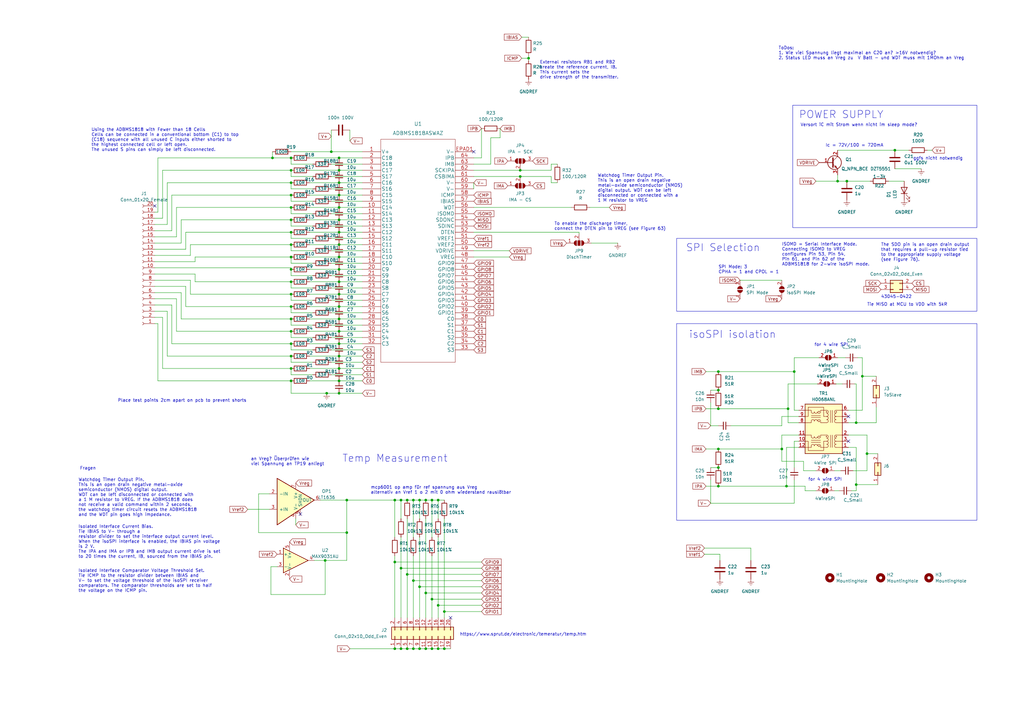
<source format=kicad_sch>
(kicad_sch (version 20230121) (generator eeschema)
  (paper "A3")
  (title_block (title "BMS Slave main") (date "2022-12-22") (rev "1") (company "FTAG") (comment 1 "John Pausder"))
  (junction (at 135.89 62.23))
  (junction (at 294.64 152.4))
  (junction (at 139.065 64.77))
  (junction (at 142.24 218.44))
  (junction (at 174.625 243.205))
  (junction (at 139.065 80.01))
  (junction (at 351.155 173.355))
  (junction (at 119.38 115.57))
  (junction (at 174.625 266.065))
  (junction (at 119.38 80.01))
  (junction (at 119.38 85.09))
  (junction (at 322.58 199.39))
  (junction (at 179.705 266.065))
  (junction (at 139.065 156.21))
  (junction (at 119.38 100.33))
  (junction (at 213.36 72.39))
  (junction (at 213.36 69.85))
  (junction (at 294.64 184.15))
  (junction (at 161.925 205.105))
  (junction (at 119.38 110.49))
  (junction (at 323.215 167.64))
  (junction (at 320.675 184.15))
  (junction (at 119.38 105.41))
  (junction (at 139.065 74.93))
  (junction (at 139.065 161.29))
  (junction (at 167.005 205.105))
  (junction (at 172.085 266.065))
  (junction (at 169.545 266.065))
  (junction (at 177.165 205.105))
  (junction (at 119.38 95.25))
  (junction (at 119.38 120.65))
  (junction (at 119.38 135.89))
  (junction (at 133.985 161.29))
  (junction (at 167.005 235.585))
  (junction (at 367.03 61.595))
  (junction (at 139.065 95.25))
  (junction (at 119.38 130.81))
  (junction (at 294.64 191.77))
  (junction (at 169.545 205.105))
  (junction (at 119.38 140.97))
  (junction (at 161.925 230.505))
  (junction (at 119.38 125.73))
  (junction (at 179.705 205.105))
  (junction (at 119.38 146.05))
  (junction (at 119.38 90.17))
  (junction (at 139.065 69.85))
  (junction (at 164.465 266.065))
  (junction (at 119.38 69.85))
  (junction (at 139.065 146.05))
  (junction (at 179.705 248.285))
  (junction (at 139.065 115.57))
  (junction (at 139.065 105.41))
  (junction (at 161.925 266.065))
  (junction (at 182.245 266.065))
  (junction (at 142.24 205.105))
  (junction (at 172.085 240.665))
  (junction (at 294.64 199.39))
  (junction (at 174.625 205.105))
  (junction (at 133.35 229.87))
  (junction (at 177.165 266.065))
  (junction (at 139.065 120.65))
  (junction (at 139.065 85.09))
  (junction (at 119.38 64.77))
  (junction (at 139.065 110.49))
  (junction (at 139.065 135.89))
  (junction (at 139.065 130.81))
  (junction (at 164.465 205.105))
  (junction (at 119.38 151.13))
  (junction (at 216.789 23.876))
  (junction (at 167.005 266.065))
  (junction (at 182.245 250.825))
  (junction (at 111.76 64.77))
  (junction (at 347.345 74.295))
  (junction (at 177.165 245.745))
  (junction (at 355.6 186.055))
  (junction (at 164.465 233.045))
  (junction (at 139.065 151.13))
  (junction (at 139.065 140.97))
  (junction (at 139.065 125.73))
  (junction (at 119.38 74.93))
  (junction (at 325.755 152.4))
  (junction (at 119.38 156.21))
  (junction (at 294.64 167.64))
  (junction (at 353.695 154.305))
  (junction (at 343.535 74.295))
  (junction (at 172.085 205.105))
  (junction (at 351.155 198.755))
  (junction (at 139.065 100.33))
  (junction (at 169.545 238.125))
  (junction (at 139.065 90.17))
  (junction (at 294.64 160.02))
  (no_connect (at 347.98 170.815))
  (no_connect (at 194.31 62.23))
  (no_connect (at 347.98 180.975))
  (no_connect (at 123.19 210.82))
  (no_connect (at 63.5 84.455))
  (no_connect (at 184.785 253.365))
  (wire (pts (xy 177.165 245.745) (xy 197.485 245.745)))
  (wire (pts (xy 119.38 120.65) (xy 119.38 123.19)))
  (wire (pts (xy 327.66 183.515) (xy 322.58 183.515)))
  (wire (pts (xy 367.03 61.595) (xy 372.745 61.595)))
  (wire (pts (xy 127 90.17) (xy 139.065 90.17)))
  (wire (pts (xy 139.065 80.01) (xy 148.59 80.01)))
  (wire (pts (xy 291.465 165.1) (xy 291.465 174.625)))
  (wire (pts (xy 303.53 114.935) (xy 320.675 114.935)))
  (wire (pts (xy 179.705 248.285) (xy 197.485 248.285)))
  (wire (pts (xy 320.675 178.435) (xy 327.66 178.435)))
  (wire (pts (xy 226.06 74.93) (xy 226.06 72.39)))
  (wire (pts (xy 167.005 235.585) (xy 197.485 235.585)))
  (wire (pts (xy 351.155 157.48) (xy 350.52 157.48)))
  (wire (pts (xy 161.925 205.105) (xy 164.465 205.105)))
  (wire (pts (xy 119.38 128.27) (xy 128.27 128.27)))
  (wire (pts (xy 119.38 135.89) (xy 119.38 138.43)))
  (wire (pts (xy 74.295 130.81) (xy 119.38 130.81)))
  (wire (pts (xy 289.56 184.15) (xy 294.64 184.15)))
  (wire (pts (xy 351.155 201.295) (xy 349.25 201.295)))
  (wire (pts (xy 142.24 205.105) (xy 142.24 218.44)))
  (wire (pts (xy 351.155 198.755) (xy 360.045 198.755)))
  (wire (pts (xy 135.89 87.63) (xy 148.59 87.63)))
  (wire (pts (xy 179.705 248.285) (xy 179.705 253.365)))
  (wire (pts (xy 127 120.65) (xy 139.065 120.65)))
  (wire (pts (xy 80.01 115.57) (xy 119.38 115.57)))
  (wire (pts (xy 63.5 125.095) (xy 70.485 125.095)))
  (wire (pts (xy 78.105 100.33) (xy 119.38 100.33)))
  (wire (pts (xy 179.705 220.345) (xy 179.705 248.285)))
  (wire (pts (xy 353.695 146.685) (xy 353.695 154.305)))
  (wire (pts (xy 172.085 205.105) (xy 174.625 205.105)))
  (wire (pts (xy 135.89 153.67) (xy 148.59 153.67)))
  (wire (pts (xy 294.64 152.4) (xy 325.755 152.4)))
  (wire (pts (xy 143.51 53.34) (xy 143.51 57.785)))
  (wire (pts (xy 80.01 105.41) (xy 80.01 107.315)))
  (wire (pts (xy 355.6 178.435) (xy 355.6 186.055)))
  (wire (pts (xy 119.38 125.73) (xy 119.38 128.27)))
  (wire (pts (xy 68.58 146.05) (xy 119.38 146.05)))
  (wire (pts (xy 343.535 74.295) (xy 347.345 74.295)))
  (wire (pts (xy 172.085 266.065) (xy 174.625 266.065)))
  (wire (pts (xy 289.56 167.64) (xy 294.64 167.64)))
  (wire (pts (xy 64.77 156.21) (xy 119.38 156.21)))
  (wire (pts (xy 127 135.89) (xy 139.065 135.89)))
  (wire (pts (xy 299.72 174.625) (xy 320.675 174.625)))
  (wire (pts (xy 169.545 205.105) (xy 172.085 205.105)))
  (wire (pts (xy 216.789 23.876) (xy 216.789 24.892)))
  (wire (pts (xy 74.295 90.17) (xy 119.38 90.17)))
  (wire (pts (xy 139.065 90.17) (xy 148.59 90.17)))
  (wire (pts (xy 127 80.01) (xy 139.065 80.01)))
  (wire (pts (xy 241.935 85.09) (xy 249.936 85.09)))
  (wire (pts (xy 66.675 130.175) (xy 66.675 151.13)))
  (wire (pts (xy 119.38 156.21) (xy 119.38 161.29)))
  (wire (pts (xy 119.38 115.57) (xy 119.38 118.11)))
  (wire (pts (xy 119.38 82.55) (xy 128.27 82.55)))
  (wire (pts (xy 205.105 56.515) (xy 205.105 52.705)))
  (wire (pts (xy 135.89 72.39) (xy 148.59 72.39)))
  (wire (pts (xy 119.38 97.79) (xy 128.27 97.79)))
  (wire (pts (xy 351.155 198.755) (xy 351.155 183.515)))
  (wire (pts (xy 295.275 227.33) (xy 295.275 229.87)))
  (wire (pts (xy 64.77 132.715) (xy 63.5 132.715)))
  (wire (pts (xy 177.165 227.965) (xy 177.165 245.745)))
  (wire (pts (xy 139.065 156.21) (xy 148.59 156.21)))
  (wire (pts (xy 135.89 143.51) (xy 148.59 143.51)))
  (wire (pts (xy 63.5 86.995) (xy 64.77 86.995)))
  (wire (pts (xy 142.24 229.87) (xy 133.35 229.87)))
  (wire (pts (xy 179.705 266.065) (xy 182.245 266.065)))
  (wire (pts (xy 127 95.25) (xy 139.065 95.25)))
  (wire (pts (xy 119.38 143.51) (xy 128.27 143.51)))
  (wire (pts (xy 64.77 86.995) (xy 64.77 64.77)))
  (wire (pts (xy 111.125 243.84) (xy 111.125 232.41)))
  (wire (pts (xy 119.38 85.09) (xy 119.38 87.63)))
  (wire (pts (xy 119.38 92.71) (xy 128.27 92.71)))
  (wire (pts (xy 242.57 99.695) (xy 253.365 99.695)))
  (wire (pts (xy 76.2 125.73) (xy 76.2 117.475)))
  (wire (pts (xy 323.215 173.355) (xy 323.215 167.64)))
  (wire (pts (xy 347.345 74.295) (xy 356.87 74.295)))
  (wire (pts (xy 119.38 140.97) (xy 119.38 143.51)))
  (wire (pts (xy 76.2 95.25) (xy 76.2 102.235)))
  (wire (pts (xy 135.89 102.87) (xy 148.59 102.87)))
  (wire (pts (xy 164.465 266.065) (xy 167.005 266.065)))
  (wire (pts (xy 172.085 240.665) (xy 172.085 253.365)))
  (wire (pts (xy 167.005 205.105) (xy 169.545 205.105)))
  (wire (pts (xy 351.155 198.755) (xy 351.155 201.295)))
  (wire (pts (xy 289.56 152.4) (xy 294.64 152.4)))
  (wire (pts (xy 139.065 100.33) (xy 148.59 100.33)))
  (wire (pts (xy 119.38 90.17) (xy 119.38 92.71)))
  (wire (pts (xy 359.41 154.305) (xy 353.695 154.305)))
  (wire (pts (xy 172.085 240.665) (xy 197.485 240.665)))
  (wire (pts (xy 70.485 80.01) (xy 119.38 80.01)))
  (wire (pts (xy 291.465 191.77) (xy 294.64 191.77)))
  (wire (pts (xy 119.38 69.85) (xy 119.38 72.39)))
  (wire (pts (xy 127 146.05) (xy 139.065 146.05)))
  (wire (pts (xy 119.38 148.59) (xy 128.27 148.59)))
  (wire (pts (xy 172.085 220.345) (xy 172.085 240.665)))
  (wire (pts (xy 291.465 196.85) (xy 291.465 206.375)))
  (wire (pts (xy 329.565 193.04) (xy 329.565 189.23)))
  (wire (pts (xy 351.155 173.355) (xy 359.41 173.355)))
  (wire (pts (xy 161.925 220.345) (xy 161.925 205.105)))
  (wire (pts (xy 164.465 220.345) (xy 164.465 233.045)))
  (wire (pts (xy 139.065 74.93) (xy 148.59 74.93)))
  (wire (pts (xy 63.5 130.175) (xy 66.675 130.175)))
  (wire (pts (xy 320.675 184.15) (xy 320.675 178.435)))
  (wire (pts (xy 135.89 148.59) (xy 148.59 148.59)))
  (wire (pts (xy 139.065 146.05) (xy 148.59 146.05)))
  (wire (pts (xy 76.2 95.25) (xy 119.38 95.25)))
  (wire (pts (xy 226.06 67.31) (xy 228.6 67.31)))
  (wire (pts (xy 161.925 230.505) (xy 161.925 253.365)))
  (wire (pts (xy 135.89 67.31) (xy 148.59 67.31)))
  (wire (pts (xy 135.89 118.11) (xy 148.59 118.11)))
  (wire (pts (xy 139.065 151.13) (xy 148.59 151.13)))
  (wire (pts (xy 294.64 199.39) (xy 322.58 199.39)))
  (wire (pts (xy 182.245 250.825) (xy 182.245 253.365)))
  (wire (pts (xy 182.245 212.725) (xy 182.245 250.825)))
  (wire (pts (xy 139.065 95.25) (xy 148.59 95.25)))
  (wire (pts (xy 179.705 205.105) (xy 179.705 212.725)))
  (wire (pts (xy 106.045 218.44) (xy 142.24 218.44)))
  (wire (pts (xy 68.58 127.635) (xy 63.5 127.635)))
  (wire (pts (xy 127 115.57) (xy 139.065 115.57)))
  (wire (pts (xy 194.31 69.85) (xy 213.36 69.85)))
  (wire (pts (xy 106.045 218.44) (xy 106.045 202.565)))
  (wire (pts (xy 119.38 107.95) (xy 128.27 107.95)))
  (wire (pts (xy 291.465 160.02) (xy 294.64 160.02)))
  (wire (pts (xy 139.065 140.97) (xy 148.59 140.97)))
  (wire (pts (xy 135.89 62.23) (xy 148.59 62.23)))
  (wire (pts (xy 127 100.33) (xy 139.065 100.33)))
  (wire (pts (xy 64.77 64.77) (xy 111.76 64.77)))
  (wire (pts (xy 343.535 146.685) (xy 346.71 146.685)))
  (wire (pts (xy 119.38 64.77) (xy 119.38 67.31)))
  (wire (pts (xy 164.465 233.045) (xy 164.465 253.365)))
  (wire (pts (xy 74.295 120.015) (xy 74.295 130.81)))
  (wire (pts (xy 63.5 94.615) (xy 70.485 94.615)))
  (wire (pts (xy 119.38 133.35) (xy 128.27 133.35)))
  (wire (pts (xy 194.31 72.39) (xy 213.36 72.39)))
  (wire (pts (xy 121.285 212.725) (xy 121.285 215.265)))
  (wire (pts (xy 68.58 74.93) (xy 68.58 92.075)))
  (wire (pts (xy 329.565 189.23) (xy 320.675 189.23)))
  (wire (pts (xy 135.89 123.19) (xy 148.59 123.19)))
  (wire (pts (xy 139.065 120.65) (xy 148.59 120.65)))
  (wire (pts (xy 63.5 120.015) (xy 74.295 120.015)))
  (wire (pts (xy 359.41 173.355) (xy 359.41 167.005)))
  (wire (pts (xy 351.79 146.685) (xy 353.695 146.685)))
  (wire (pts (xy 335.28 157.48) (xy 323.215 157.48)))
  (wire (pts (xy 135.89 82.55) (xy 148.59 82.55)))
  (wire (pts (xy 101.6 208.915) (xy 110.49 208.915)))
  (wire (pts (xy 294.64 167.64) (xy 323.215 167.64)))
  (wire (pts (xy 194.31 102.87) (xy 208.915 102.87)))
  (wire (pts (xy 135.89 53.34) (xy 135.89 62.23)))
  (wire (pts (xy 380.365 61.595) (xy 382.27 61.595)))
  (wire (pts (xy 161.925 227.965) (xy 161.925 230.505)))
  (wire (pts (xy 139.065 161.29) (xy 148.59 161.29)))
  (wire (pts (xy 68.58 146.05) (xy 68.58 127.635)))
  (wire (pts (xy 228.6 74.93) (xy 226.06 74.93)))
  (wire (pts (xy 347.98 173.355) (xy 351.155 173.355)))
  (wire (pts (xy 119.38 110.49) (xy 119.38 113.03)))
  (wire (pts (xy 344.17 201.295) (xy 342.265 201.295)))
  (wire (pts (xy 78.105 114.935) (xy 63.5 114.935)))
  (wire (pts (xy 127 105.41) (xy 139.065 105.41)))
  (wire (pts (xy 70.485 125.095) (xy 70.485 140.97)))
  (wire (pts (xy 167.005 235.585) (xy 167.005 253.365)))
  (wire (pts (xy 169.545 205.105) (xy 169.545 220.345)))
  (wire (pts (xy 80.01 105.41) (xy 119.38 105.41)))
  (wire (pts (xy 78.105 120.65) (xy 119.38 120.65)))
  (wire (pts (xy 63.5 92.075) (xy 68.58 92.075)))
  (wire (pts (xy 213.36 69.85) (xy 226.06 69.85)))
  (wire (pts (xy 76.2 117.475) (xy 63.5 117.475)))
  (wire (pts (xy 322.58 183.515) (xy 322.58 199.39)))
  (wire (pts (xy 194.31 85.09) (xy 234.315 85.09)))
  (wire (pts (xy 127 85.09) (xy 139.065 85.09)))
  (wire (pts (xy 177.165 205.105) (xy 179.705 205.105)))
  (wire (pts (xy 174.625 212.725) (xy 174.625 243.205)))
  (wire (pts (xy 343.535 61.595) (xy 367.03 61.595)))
  (wire (pts (xy 72.39 122.555) (xy 63.5 122.555)))
  (wire (pts (xy 177.165 266.065) (xy 179.705 266.065)))
  (wire (pts (xy 325.755 146.685) (xy 325.755 152.4)))
  (wire (pts (xy 201.295 67.31) (xy 201.295 56.515)))
  (wire (pts (xy 182.245 250.825) (xy 197.485 250.825)))
  (wire (pts (xy 119.38 109.855) (xy 119.38 110.49)))
  (wire (pts (xy 127 74.93) (xy 139.065 74.93)))
  (wire (pts (xy 289.56 199.39) (xy 294.64 199.39)))
  (wire (pts (xy 164.465 205.105) (xy 167.005 205.105)))
  (wire (pts (xy 119.38 64.77) (xy 111.76 64.77)))
  (wire (pts (xy 119.38 113.03) (xy 128.27 113.03)))
  (wire (pts (xy 127 140.97) (xy 139.065 140.97)))
  (wire (pts (xy 111.76 64.77) (xy 111.76 62.23)))
  (wire (pts (xy 325.755 191.77) (xy 325.755 180.975)))
  (wire (pts (xy 139.065 115.57) (xy 148.59 115.57)))
  (wire (pts (xy 237.49 95.25) (xy 237.49 95.885)))
  (wire (pts (xy 127 69.85) (xy 139.065 69.85)))
  (wire (pts (xy 325.755 152.4) (xy 325.755 168.275)))
  (wire (pts (xy 194.31 95.25) (xy 237.49 95.25)))
  (wire (pts (xy 139.065 110.49) (xy 148.59 110.49)))
  (wire (pts (xy 325.755 168.275) (xy 327.66 168.275)))
  (wire (pts (xy 142.24 205.105) (xy 161.925 205.105)))
  (wire (pts (xy 70.485 94.615) (xy 70.485 80.01)))
  (wire (pts (xy 330.2 201.295) (xy 330.2 199.39)))
  (wire (pts (xy 119.38 72.39) (xy 128.27 72.39)))
  (wire (pts (xy 63.5 89.535) (xy 66.675 89.535)))
  (wire (pts (xy 345.44 157.48) (xy 342.9 157.48)))
  (wire (pts (xy 164.465 233.045) (xy 197.485 233.045)))
  (wire (pts (xy 139.065 105.41) (xy 148.59 105.41)))
  (wire (pts (xy 344.805 193.04) (xy 342.265 193.04)))
  (wire (pts (xy 119.38 100.33) (xy 119.38 102.87)))
  (wire (pts (xy 139.065 125.73) (xy 148.59 125.73)))
  (wire (pts (xy 139.065 85.09) (xy 148.59 85.09)))
  (wire (pts (xy 119.38 95.25) (xy 119.38 97.79)))
  (wire (pts (xy 355.6 186.055) (xy 355.6 193.04)))
  (wire (pts (xy 119.38 151.13) (xy 119.38 153.67)))
  (wire (pts (xy 80.01 107.315) (xy 63.5 107.315)))
  (wire (pts (xy 119.38 62.23) (xy 135.89 62.23)))
  (wire (pts (xy 323.215 157.48) (xy 323.215 167.64)))
  (wire (pts (xy 213.995 23.876) (xy 216.789 23.876)))
  (wire (pts (xy 174.625 243.205) (xy 174.625 253.365)))
  (wire (pts (xy 351.155 183.515) (xy 347.98 183.515)))
  (wire (pts (xy 63.5 99.695) (xy 74.295 99.695)))
  (wire (pts (xy 139.065 64.77) (xy 148.59 64.77)))
  (wire (pts (xy 119.38 74.93) (xy 119.38 77.47)))
  (wire (pts (xy 119.38 102.87) (xy 128.27 102.87)))
  (wire (pts (xy 169.545 238.125) (xy 197.485 238.125)))
  (wire (pts (xy 80.01 115.57) (xy 80.01 112.395)))
  (wire (pts (xy 161.925 230.505) (xy 197.485 230.505)))
  (wire (pts (xy 169.545 227.965) (xy 169.545 238.125)))
  (wire (pts (xy 294.64 184.15) (xy 320.675 184.15)))
  (wire (pts (xy 194.31 74.93) (xy 194.31 77.47)))
  (wire (pts (xy 164.465 205.105) (xy 164.465 212.725)))
  (wire (pts (xy 335.915 146.685) (xy 325.755 146.685)))
  (wire (pts (xy 119.38 118.11) (xy 128.27 118.11)))
  (wire (pts (xy 76.2 125.73) (xy 119.38 125.73)))
  (wire (pts (xy 367.03 69.215) (xy 377.825 69.215)))
  (wire (pts (xy 291.465 174.625) (xy 294.64 174.625)))
  (wire (pts (xy 197.485 52.705) (xy 197.485 64.77)))
  (wire (pts (xy 347.98 168.275) (xy 353.695 168.275)))
  (wire (pts (xy 179.705 205.105) (xy 182.245 205.105)))
  (wire (pts (xy 288.925 227.33) (xy 295.275 227.33)))
  (wire (pts (xy 63.5 109.855) (xy 119.38 109.855)))
  (wire (pts (xy 194.31 105.41) (xy 208.915 105.41)))
  (wire (pts (xy 119.38 153.67) (xy 128.27 153.67)))
  (wire (pts (xy 320.675 174.625) (xy 320.675 170.815)))
  (wire (pts (xy 347.98 178.435) (xy 355.6 178.435)))
  (wire (pts (xy 119.38 67.31) (xy 128.27 67.31)))
  (wire (pts (xy 364.49 74.295) (xy 370.84 74.295)))
  (wire (pts (xy 135.89 92.71) (xy 148.59 92.71)))
  (wire (pts (xy 213.995 15.24) (xy 216.789 15.24)))
  (wire (pts (xy 167.005 212.725) (xy 167.005 235.585)))
  (wire (pts (xy 106.045 202.565) (xy 110.49 202.565)))
  (wire (pts (xy 325.755 180.975) (xy 327.66 180.975)))
  (wire (pts (xy 353.695 168.275) (xy 353.695 154.305)))
  (wire (pts (xy 327.66 173.355) (xy 323.215 173.355)))
  (wire (pts (xy 288.925 224.79) (xy 307.975 224.79)))
  (wire (pts (xy 76.2 102.235) (xy 63.5 102.235)))
  (wire (pts (xy 182.245 266.065) (xy 184.785 266.065)))
  (wire (pts (xy 169.545 266.065) (xy 172.085 266.065)))
  (wire (pts (xy 139.065 135.89) (xy 148.59 135.89)))
  (wire (pts (xy 174.625 243.205) (xy 197.485 243.205)))
  (wire (pts (xy 167.005 266.065) (xy 169.545 266.065)))
  (wire (pts (xy 320.675 170.815) (xy 327.66 170.815)))
  (wire (pts (xy 139.065 130.81) (xy 148.59 130.81)))
  (wire (pts (xy 127 130.81) (xy 139.065 130.81)))
  (wire (pts (xy 66.675 69.85) (xy 119.38 69.85)))
  (wire (pts (xy 64.77 156.21) (xy 64.77 132.715)))
  (wire (pts (xy 133.985 161.29) (xy 119.38 161.29)))
  (wire (pts (xy 226.06 69.85) (xy 226.06 67.31)))
  (wire (pts (xy 127 110.49) (xy 139.065 110.49)))
  (wire (pts (xy 72.39 97.155) (xy 63.5 97.155)))
  (wire (pts (xy 334.645 74.295) (xy 343.535 74.295)))
  (wire (pts (xy 133.35 243.84) (xy 111.125 243.84)))
  (wire (pts (xy 174.625 266.065) (xy 177.165 266.065)))
  (wire (pts (xy 177.165 205.105) (xy 177.165 220.345)))
  (wire (pts (xy 119.38 138.43) (xy 128.27 138.43)))
  (wire (pts (xy 72.39 85.09) (xy 72.39 97.155)))
  (wire (pts (xy 325.755 196.85) (xy 325.755 206.375)))
  (wire (pts (xy 66.675 151.13) (xy 119.38 151.13)))
  (wire (pts (xy 355.6 186.055) (xy 360.045 186.055)))
  (wire (pts (xy 119.38 146.05) (xy 119.38 148.59)))
  (wire (pts (xy 119.38 123.19) (xy 128.27 123.19)))
  (wire (pts (xy 133.35 229.87) (xy 133.35 243.84)))
  (wire (pts (xy 135.89 128.27) (xy 148.59 128.27)))
  (wire (pts (xy 351.155 173.355) (xy 351.155 157.48)))
  (wire (pts (xy 325.755 206.375) (xy 291.465 206.375)))
  (wire (pts (xy 169.545 238.125) (xy 169.545 253.365)))
  (wire (pts (xy 74.295 99.695) (xy 74.295 90.17)))
  (wire (pts (xy 119.38 77.47) (xy 128.27 77.47)))
  (wire (pts (xy 135.89 133.35) (xy 148.59 133.35)))
  (wire (pts (xy 135.89 77.47) (xy 148.59 77.47)))
  (wire (pts (xy 135.89 113.03) (xy 148.59 113.03)))
  (wire (pts (xy 127 156.21) (xy 139.065 156.21)))
  (wire (pts (xy 135.89 107.95) (xy 148.59 107.95)))
  (wire (pts (xy 70.485 140.97) (xy 119.38 140.97)))
  (wire (pts (xy 80.01 112.395) (xy 63.5 112.395)))
  (wire (pts (xy 142.24 218.44) (xy 142.24 229.87)))
  (wire (pts (xy 68.58 74.93) (xy 119.38 74.93)))
  (wire (pts (xy 307.975 224.79) (xy 307.975 229.87)))
  (wire (pts (xy 127 125.73) (xy 139.065 125.73)))
  (wire (pts (xy 334.645 193.04) (xy 329.565 193.04)))
  (wire (pts (xy 143.51 266.065) (xy 161.925 266.065)))
  (wire (pts (xy 72.39 85.09) (xy 119.38 85.09)))
  (wire (pts (xy 172.085 205.105) (xy 172.085 212.725)))
  (wire (pts (xy 355.6 193.04) (xy 349.885 193.04)))
  (wire (pts (xy 320.675 189.23) (xy 320.675 184.15)))
  (wire (pts (xy 78.105 120.65) (xy 78.105 114.935)))
  (wire (pts (xy 127 64.77) (xy 139.065 64.77)))
  (wire (pts (xy 72.39 135.89) (xy 72.39 122.555)))
  (wire (pts (xy 133.985 161.29) (xy 139.065 161.29)))
  (wire (pts (xy 119.38 105.41) (xy 119.38 107.95)))
  (wire (pts (xy 139.065 69.85) (xy 148.59 69.85)))
  (wire (pts (xy 216.789 23.876) (xy 216.789 22.86)))
  (wire (pts (xy 330.2 199.39) (xy 322.58 199.39)))
  (wire (pts (xy 334.645 201.295) (xy 330.2 201.295)))
  (wire (pts (xy 197.485 64.77) (xy 194.31 64.77)))
  (wire (pts (xy 177.165 245.745) (xy 177.165 253.365)))
  (wire (pts (xy 213.36 72.39) (xy 226.06 72.39)))
  (wire (pts (xy 111.125 232.41) (xy 113.665 232.41)))
  (wire (pts (xy 343.535 74.295) (xy 343.535 71.755)))
  (wire (pts (xy 119.38 130.81) (xy 119.38 133.35)))
  (wire (pts (xy 72.39 135.89) (xy 119.38 135.89)))
  (wire (pts (xy 201.295 56.515) (xy 205.105 56.515)))
  (wire (pts (xy 119.38 80.01) (xy 119.38 82.55)))
  (wire (pts (xy 174.625 205.105) (xy 177.165 205.105)))
  (wire (pts (xy 135.89 138.43) (xy 148.59 138.43)))
  (wire (pts (xy 194.31 67.31) (xy 201.295 67.31)))
  (wire (pts (xy 131.445 205.105) (xy 142.24 205.105)))
  (wire (pts (xy 161.925 266.065) (xy 164.465 266.065)))
  (wire (pts (xy 78.105 100.33) (xy 78.105 104.775)))
  (wire (pts (xy 135.89 97.79) (xy 148.59 97.79)))
  (wire (pts (xy 78.105 104.775) (xy 63.5 104.775)))
  (wire (pts (xy 119.38 87.63) (xy 128.27 87.63)))
  (wire (pts (xy 127 151.13) (xy 139.065 151.13)))
  (wire (pts (xy 66.675 69.85) (xy 66.675 89.535)))
  (wire (pts (xy 133.35 229.87) (xy 128.905 229.87)))
  (rectangle (start 325.12 43.18) (end 400.685 93.345))
  (rectangle (start 277.495 132.715) (end 400.685 213.36))
  (rectangle (start 277.495 97.79) (end 400.685 127.635))
  (text "for 4 wire SPI" (at 331.47 197.485 0) (effects (font (size 1.27 1.27)) (justify left bottom)))
  (text "Watchdog Timer Output Pin. \nThis is an open drain negative metal-oxide \nsemiconductor (NMOS) digital output. \nWDT can be left disconnected or connected with \na 1 M resistor to VREG. If the ADBMS1818 does \nnot receive a valid command within 2 seconds, \nthe watchdog timer circuit resets the ADBMS1818 \nand the WDT pin goes high impedance." (at 32.131 211.963 0) (effects (font (size 1.27 1.27)) (justify left bottom)))
  (text "Place test points 2cm apart on pcb to prevent shorts\n" (at 48.26 165.1 0) (effects (font (size 1.27 1.27)) (justify left bottom)))
  (text "To enable the discharge timer,\nconnect the DTEN pin to VREG (see Figure 63)" (at 227.33 94.615 0) (effects (font (size 1.27 1.27)) (justify left bottom)))
  (text "Versort iC mit Strom wenn nicht im sleep mode?" (at 328.295 52.07 0) (effects (font (size 1.27 1.27)) (justify left bottom)))
  (text "Isolated Interface Comparator Voltage Threshold Set.\nTie ICMP to the resistor divider between IBIAS and \nV- to set the voltage threshold of the isoSPI receiver \ncomparators. The comparator thresholds are set to half \nthe voltage on the ICMP pin." (at 32.131 243.078 0) (effects (font (size 1.27 1.27)) (justify left bottom)))
  (text "Temp Measurement" (at 140.335 189.865 0) (effects (font (size 3 3)) (justify left bottom)))
  (text "Fragen" (at 32.766 192.913 0) (effects (font (size 1.27 1.27)) (justify left bottom)))
  (text "isoSPI isolation" (at 282.575 139.065 0) (effects (font (size 3 3)) (justify left bottom)))
  (text "Ic = 72V/100 = 720mA" (at 338.582 60.452 0) (effects (font (size 1.27 1.27)) (justify left bottom)))
  (text "POWER SUPPLY" (at 327.66 48.895 0) (effects (font (size 3 3)) (justify left bottom)))
  (text "External resistors RB1 and RB2\ncreate the reference current, IB.\nThis current sets the \ndrive strength of the transmitter.\n\n" (at 221.361 34.544 0) (effects (font (size 1.27 1.27)) (justify left bottom)))
  (text "SPI Mode: 3\nCPHA = 1 and CPOL = 1\n" (at 294.64 112.395 0) (effects (font (size 1.27 1.27)) (justify left bottom)))
  (text "SPI Selection" (at 281.305 103.505 0) (effects (font (size 3 3)) (justify left bottom)))
  (text "Using the ADBMS1818 with Fewer than 18 Cells\nCells can be connected in a conventional bottom (C1) to top \n(C18) sequence with all unused C inputs either shorted to \nthe highest connected cell or left open. \nThe unused S pins can simply be left disconnected." (at 37.465 62.23 0) (effects (font (size 1.27 1.27)) (justify left bottom)))
  (text "Tie MISO at MCU to VDD with 5kR" (at 355.6 125.73 0) (effects (font (size 1.27 1.27)) (justify left bottom)))
  (text "43045-0422" (at 361.315 122.555 0) (effects (font (size 1.27 1.27)) (justify left bottom)))
  (text "mcp6001 op amp für ref spannung aus Vreg\nalternativ an Vref 1 o 2 mit 0 ohm wiederstand rauslötbar" (at 152.019 202.819 0) (effects (font (size 1.27 1.27)) (justify left bottom)))
  (text "ggfs nicht notwendig" (at 374.523 65.786 0) (effects (font (size 1.27 1.27)) (justify left bottom)))
  (text "for 4 wire SPI" (at 334.01 142.24 0) (effects (font (size 1.27 1.27)) (justify left bottom)))
  (text "ToDos: \n1. Wie viel Spannung liegt maximal an C20 an? >16V notwendig?\n2. Status LED muss an Vreg zu  V Batt - und WDT muss mit 1MOhm an Vreg\n\n" (at 319.278 26.67 0) (effects (font (size 1.27 1.27)) (justify left bottom)))
  (text "an Vreg? Überprüfen wie\nviel Spannung an TP19 anliegt" (at 102.87 191.135 0) (effects (font (size 1.27 1.27)) (justify left bottom)))
  (text "Isolated Interface Current Bias.\nTie IBIAS to V- through a \nresistor divider to set the interface output current level. \nWhen the isoSPI interface is enabled, the IBIAS pin voltage \nis 2 V. \nThe IPA and IMA or IPB and IMB output current drive is set \nto 20 times the current, IB, sourced from the IBIAS pin." (at 32.131 229.108 0) (effects (font (size 1.27 1.27)) (justify left bottom)))
  (text "Watchdog Timer Output Pin.\nThis is an open drain negative \nmetal-oxide semiconductor (NMOS)\ndigital output. WDT can be left \ndisconnected or connected with a \n1 M resistor to VREG" (at 245.11 83.058 0) (effects (font (size 1.27 1.27)) (justify left bottom)))
  (text "https://www.sprut.de/electronic/temeratur/temp.htm" (at 188.595 260.985 0) (effects (font (size 1.27 1.27)) (justify left bottom)))
  (text "The SDO pin is an open drain output\nthat requires a pull-up resistor tied \nto the appropriate supply voltage\n(see Figure 76)." (at 361.315 107.315 0) (effects (font (size 1.27 1.27)) (justify left bottom)))
  (text "ISOMD = Serial Interface Mode. \nConnecting ISOMD to VREG \nconfigures Pin 53, Pin 54, \nPin 61, and Pin 62 of the \nADBMS1818 for 2-wire isoSPI mode." (at 320.675 109.22 0) (effects (font (size 1.27 1.27)) (justify left bottom)))
  (global_label "ISOMD" (shape input) (at 303.53 114.935 180) (property "Intersheetrefs" "${INTERSHEET_REFS}" (effects hide)))
  (global_label "GPIO4" (shape input) (at 194.31 120.65 0) (property "Intersheetrefs" "${INTERSHEET_REFS}" (effects hide)))
  (global_label "S2" (shape input) (at 148.59 148.59 0) (property "Intersheetrefs" "${INTERSHEET_REFS}" (effects hide)))
  (global_label "C2" (shape input) (at 194.31 140.97 0) (property "Intersheetrefs" "${INTERSHEET_REFS}" (effects hide)))
  (global_label "C1" (shape input) (at 194.31 135.89 0) (property "Intersheetrefs" "${INTERSHEET_REFS}" (effects hide)))
  (global_label "MISO" (shape input) (at 374.015 118.745 0) (property "Intersheetrefs" "${INTERSHEET_REFS}" (effects hide)))
  (global_label "Vreg" (shape input) (at 249.936 85.09 0) (property "Intersheetrefs" "${INTERSHEET_REFS}" (effects hide)))
  (global_label "IMB" (shape input) (at 289.56 152.4 180) (property "Intersheetrefs" "${INTERSHEET_REFS}" (effects hide)))
  (global_label "V+" (shape input) (at 135.89 55.88 180) (property "Intersheetrefs" "${INTERSHEET_REFS}" (effects hide)))
  (global_label "Vref1" (shape input) (at 194.31 97.79 0) (property "Intersheetrefs" "${INTERSHEET_REFS}" (effects hide)))
  (global_label "GPIO8" (shape input) (at 197.485 233.045 0) (property "Intersheetrefs" "${INTERSHEET_REFS}" (effects hide)))
  (global_label "GPIO2" (shape input) (at 194.31 125.73 0) (property "Intersheetrefs" "${INTERSHEET_REFS}" (effects hide)))
  (global_label "Vreg" (shape input) (at 334.645 74.295 180) (property "Intersheetrefs" "${INTERSHEET_REFS}" (effects hide)))
  (global_label "C1" (shape input) (at 148.59 151.13 0) (property "Intersheetrefs" "${INTERSHEET_REFS}" (effects hide)))
  (global_label "Vreg" (shape input) (at 118.745 222.25 0) (property "Intersheetrefs" "${INTERSHEET_REFS}" (effects hide)))
  (global_label "IPA" (shape input) (at 289.56 199.39 180) (property "Intersheetrefs" "${INTERSHEET_REFS}" (effects hide)))
  (global_label "GPIO9" (shape input) (at 194.31 107.95 0) (property "Intersheetrefs" "${INTERSHEET_REFS}" (effects hide)))
  (global_label "C0" (shape input) (at 148.59 156.21 0) (property "Intersheetrefs" "${INTERSHEET_REFS}" (effects hide)))
  (global_label "GPIO8" (shape input) (at 194.31 110.49 0) (property "Intersheetrefs" "${INTERSHEET_REFS}" (effects hide)))
  (global_label "IPB" (shape input) (at 289.56 167.64 180) (property "Intersheetrefs" "${INTERSHEET_REFS}" (effects hide)))
  (global_label "GPIO2" (shape input) (at 197.485 248.285 0) (property "Intersheetrefs" "${INTERSHEET_REFS}" (effects hide)))
  (global_label "V-" (shape input) (at 303.53 122.555 180) (property "Intersheetrefs" "${INTERSHEET_REFS}" (effects hide)))
  (global_label "Vreg" (shape input) (at 208.915 105.41 0) (property "Intersheetrefs" "${INTERSHEET_REFS}" (effects hide)))
  (global_label "GPIO1" (shape input) (at 194.31 128.27 0) (property "Intersheetrefs" "${INTERSHEET_REFS}" (effects hide)))
  (global_label "S3" (shape input) (at 194.31 143.51 0) (property "Intersheetrefs" "${INTERSHEET_REFS}" (effects hide)))
  (global_label "IMB" (shape input) (at 205.105 52.705 0) (property "Intersheetrefs" "${INTERSHEET_REFS}" (effects hide)))
  (global_label "Vref2" (shape input) (at 194.31 100.33 0) (property "Intersheetrefs" "${INTERSHEET_REFS}" (effects hide)))
  (global_label "CS" (shape input) (at 374.015 116.205 0) (property "Intersheetrefs" "${INTERSHEET_REFS}" (effects hide)))
  (global_label "VDRIVE" (shape input) (at 335.915 66.675 180) (property "Intersheetrefs" "${INTERSHEET_REFS}" (effects hide)))
  (global_label "GPIO7" (shape input) (at 194.31 113.03 0) (property "Intersheetrefs" "${INTERSHEET_REFS}" (effects hide)))
  (global_label "C2" (shape input) (at 148.59 146.05 0) (property "Intersheetrefs" "${INTERSHEET_REFS}" (effects hide)))
  (global_label "V-" (shape input) (at 118.745 237.49 0) (property "Intersheetrefs" "${INTERSHEET_REFS}" (effects hide)))
  (global_label "S2" (shape input) (at 194.31 138.43 0) (property "Intersheetrefs" "${INTERSHEET_REFS}" (effects hide)))
  (global_label "SCK" (shape input) (at 361.315 116.205 180) (property "Intersheetrefs" "${INTERSHEET_REFS}" (effects hide)))
  (global_label "Vref1" (shape input) (at 288.925 227.33 180) (property "Intersheetrefs" "${INTERSHEET_REFS}" (effects hide)))
  (global_label "GPIO5" (shape input) (at 194.31 118.11 0) (property "Intersheetrefs" "${INTERSHEET_REFS}" (effects hide)))
  (global_label "S1" (shape input) (at 148.59 153.67 0) (property "Intersheetrefs" "${INTERSHEET_REFS}" (effects hide)))
  (global_label "S1" (shape input) (at 194.31 133.35 0) (property "Intersheetrefs" "${INTERSHEET_REFS}" (effects hide)))
  (global_label "GPIO5" (shape input) (at 197.485 240.665 0) (property "Intersheetrefs" "${INTERSHEET_REFS}" (effects hide)))
  (global_label "V-" (shape input) (at 143.51 266.065 180) (property "Intersheetrefs" "${INTERSHEET_REFS}" (effects hide)))
  (global_label "GPIO6" (shape input) (at 197.485 238.125 0) (property "Intersheetrefs" "${INTERSHEET_REFS}" (effects hide)))
  (global_label "GPIO9" (shape input) (at 197.485 230.505 0) (property "Intersheetrefs" "${INTERSHEET_REFS}" (effects hide)))
  (global_label "V-" (shape input) (at 148.59 161.29 0) (property "Intersheetrefs" "${INTERSHEET_REFS}" (effects hide)))
  (global_label "V-" (shape input) (at 121.285 215.265 0) (property "Intersheetrefs" "${INTERSHEET_REFS}" (effects hide)))
  (global_label "C0" (shape input) (at 194.31 130.81 0) (property "Intersheetrefs" "${INTERSHEET_REFS}" (effects hide)))
  (global_label "V+" (shape input) (at 382.27 61.595 0) (property "Intersheetrefs" "${INTERSHEET_REFS}" (effects hide)))
  (global_label "CS" (shape input) (at 218.44 76.2 0) (property "Intersheetrefs" "${INTERSHEET_REFS}" (effects hide)))
  (global_label "MOSI" (shape input) (at 194.31 92.71 0) (property "Intersheetrefs" "${INTERSHEET_REFS}" (effects hide)))
  (global_label "SCK" (shape input) (at 218.44 66.04 0) (property "Intersheetrefs" "${INTERSHEET_REFS}" (effects hide)))
  (global_label "IPB" (shape input) (at 197.485 52.705 180) (property "Intersheetrefs" "${INTERSHEET_REFS}" (effects hide)))
  (global_label "IPA" (shape input) (at 208.28 66.04 180) (property "Intersheetrefs" "${INTERSHEET_REFS}" (effects hide)))
  (global_label "V-" (shape input) (at 143.51 57.785 0) (property "Intersheetrefs" "${INTERSHEET_REFS}" (effects hide)))
  (global_label "S3" (shape input) (at 148.59 143.51 0) (property "Intersheetrefs" "${INTERSHEET_REFS}" (effects hide)))
  (global_label "GPIO4" (shape input) (at 197.485 243.205 0) (property "Intersheetrefs" "${INTERSHEET_REFS}" (effects hide)))
  (global_label "Vref2" (shape input) (at 101.6 208.915 180) (property "Intersheetrefs" "${INTERSHEET_REFS}" (effects hide)))
  (global_label "GPIO7" (shape input) (at 197.485 235.585 0) (property "Intersheetrefs" "${INTERSHEET_REFS}" (effects hide)))
  (global_label "MOSI" (shape input) (at 361.315 118.745 180) (property "Intersheetrefs" "${INTERSHEET_REFS}" (effects hide)))
  (global_label "ICMP" (shape input) (at 213.995 23.876 180) (property "Intersheetrefs" "${INTERSHEET_REFS}" (effects hide)))
  (global_label "GPIO1" (shape input) (at 197.485 250.825 0) (property "Intersheetrefs" "${INTERSHEET_REFS}" (effects hide)))
  (global_label "V-" (shape input) (at 194.31 74.93 0) (property "Intersheetrefs" "${INTERSHEET_REFS}" (effects hide)))
  (global_label "IBIAS" (shape input) (at 194.31 82.55 0) (property "Intersheetrefs" "${INTERSHEET_REFS}" (effects hide)))
  (global_label "V-" (shape input) (at 291.465 206.375 180) (property "Intersheetrefs" "${INTERSHEET_REFS}" (effects hide)))
  (global_label "ICMP" (shape input) (at 194.31 80.01 0) (property "Intersheetrefs" "${INTERSHEET_REFS}" (effects hide)))
  (global_label "ISOMD" (shape input) (at 194.31 87.63 0) (property "Intersheetrefs" "${INTERSHEET_REFS}" (effects hide)))
  (global_label "GPIO3" (shape input) (at 197.485 245.745 0) (property "Intersheetrefs" "${INTERSHEET_REFS}" (effects hide)))
  (global_label "Vreg" (shape input) (at 320.675 122.555 180) (property "Intersheetrefs" "${INTERSHEET_REFS}" (effects hide)))
  (global_label "V-" (shape input) (at 291.465 174.625 180) (property "Intersheetrefs" "${INTERSHEET_REFS}" (effects hide)))
  (global_label "Vref2" (shape input) (at 288.925 224.79 180) (property "Intersheetrefs" "${INTERSHEET_REFS}" (effects hide)))
  (global_label "GPIO3" (shape input) (at 194.31 123.19 0) (property "Intersheetrefs" "${INTERSHEET_REFS}" (effects hide)))
  (global_label "Vreg" (shape input) (at 121.285 198.12 0) (property "Intersheetrefs" "${INTERSHEET_REFS}" (effects hide)))
  (global_label "IMA" (shape input) (at 289.56 184.15 180) (property "Intersheetrefs" "${INTERSHEET_REFS}" (effects hide)))
  (global_label "MISO" (shape input) (at 194.31 90.17 0) (property "Intersheetrefs" "${INTERSHEET_REFS}" (effects hide)))
  (global_label "VDRIVE" (shape input) (at 208.915 102.87 0) (property "Intersheetrefs" "${INTERSHEET_REFS}" (effects hide)))
  (global_label "Vreg" (shape input) (at 232.41 99.695 180) (property "Intersheetrefs" "${INTERSHEET_REFS}" (effects hide)))
  (global_label "IBIAS" (shape input) (at 213.995 15.24 180) (property "Intersheetrefs" "${INTERSHEET_REFS}" (effects hide)))
  (global_label "Vref2" (shape input) (at 113.665 227.33 180) (property "Intersheetrefs" "${INTERSHEET_REFS}" (effects hide)))
  (global_label "GPIO6" (shape input) (at 194.31 115.57 0) (property "Intersheetrefs" "${INTERSHEET_REFS}" (effects hide)))
  (global_label "IMA" (shape input) (at 208.28 76.2 180) (property "Intersheetrefs" "${INTERSHEET_REFS}" (effects hide)))
  (symbol (lib_id "Device:R") (at 132.08 92.71 90) (unit 1)
    (property "Reference" "R13B1" (at 135.89 91.44 90))
    (property "Value" "33R" (at 132.08 92.71 90))
    (property "Footprint" "Resistor_SMD:R_1206_3216Metric_Pad1.30x1.75mm_HandSolder" (effects hide))
  )
  (symbol (lib_id "Device:R") (at 123.19 115.57 90) (unit 1)
    (property "Reference" "R8" (at 127 114.3 90))
    (property "Value" "10R" (at 123.19 115.57 90))
    (property "Footprint" "Resistor_SMD:R_1206_3216Metric_Pad1.30x1.75mm_HandSolder" (effects hide))
  )
  (symbol (lib_id "Device:R") (at 294.64 187.96 0) (unit 1)
    (property "Reference" "R24" (at 297.18 186.69 0) (effects (justify left)))
    (property "Value" "51R" (at 297.18 189.23 0) (effects (justify left)))
    (property "Footprint" "Resistor_SMD:R_1206_3216Metric_Pad1.30x1.75mm_HandSolder" (effects hide))
  )
  (symbol (lib_id "Device:R") (at 132.08 118.11 90) (unit 1)
    (property "Reference" "R8B1" (at 135.89 116.84 90))
    (property "Value" "33R" (at 132.08 118.11 90))
    (property "Footprint" "Resistor_SMD:R_1206_3216Metric_Pad1.30x1.75mm_HandSolder" (effects hide))
  )
  (symbol (lib_id "Device:R") (at 123.19 64.77 90) (unit 1)
    (property "Reference" "R18" (at 127 63.5 90))
    (property "Value" "10R" (at 123.19 64.77 90))
    (property "Footprint" "Resistor_SMD:R_1206_3216Metric_Pad1.30x1.75mm_HandSolder" (effects hide))
  )
  (symbol (lib_id "Device:R") (at 123.19 130.81 90) (unit 1)
    (property "Reference" "R5" (at 127 129.54 90))
    (property "Value" "10R" (at 123.19 130.81 90))
    (property "Footprint" "Resistor_SMD:R_1206_3216Metric_Pad1.30x1.75mm_HandSolder" (effects hide))
  )
  (symbol (lib_id "Device:R") (at 132.08 153.67 90) (unit 1)
    (property "Reference" "R1B1" (at 135.89 152.4 90))
    (property "Value" "33R" (at 132.08 153.67 90))
    (property "Footprint" "Resistor_SMD:R_1206_3216Metric_Pad1.30x1.75mm_HandSolder" (effects hide))
  )
  (symbol (lib_id "Device:R") (at 182.245 208.915 180) (unit 1)
    (property "Reference" "RT9" (at 184.15 207.6449 0) (effects (justify right)))
    (property "Value" "10k1%" (at 184.15 210.1849 0) (effects (justify right)))
    (property "Footprint" "Resistor_SMD:R_1206_3216Metric_Pad1.30x1.75mm_HandSolder" (effects hide))
  )
  (symbol (lib_id "Device:LED") (at 370.84 78.105 90) (unit 1)
    (property "Reference" "D1" (at 364.49 79.6925 0))
    (property "Value" "LED" (at 367.03 79.6925 0))
    (property "Footprint" "LED_SMD:LED_1206_3216Metric_Pad1.42x1.75mm_HandSolder" (effects hide))
  )
  (symbol (lib_id "Device:R") (at 123.19 100.33 90) (unit 1)
    (property "Reference" "R11" (at 127 99.06 90))
    (property "Value" "10R" (at 123.19 100.33 90))
    (property "Footprint" "Resistor_SMD:R_1206_3216Metric_Pad1.30x1.75mm_HandSolder" (effects hide))
  )
  (symbol (lib_id "Device:C_Small") (at 139.065 118.11 0) (unit 1)
    (property "Reference" "C9" (at 142.24 116.8463 0) (effects (justify left)))
    (property "Value" "10u" (at 142.24 119.3863 0) (effects (justify left)))
    (property "Footprint" "Capacitor_SMD:C_0603_1608Metric_Pad1.08x0.95mm_HandSolder" (effects hide))
  )
  (symbol (lib_id "Device:C_Small") (at 139.065 92.71 0) (unit 1)
    (property "Reference" "C14" (at 142.24 91.4463 0) (effects (justify left)))
    (property "Value" "10u" (at 142.24 93.9863 0) (effects (justify left)))
    (property "Footprint" "Capacitor_SMD:C_0603_1608Metric_Pad1.08x0.95mm_HandSolder" (effects hide))
  )
  (symbol (lib_id "Device:R") (at 123.19 69.85 90) (unit 1)
    (property "Reference" "R17" (at 127 68.58 90))
    (property "Value" "10R" (at 123.19 69.85 90))
    (property "Footprint" "Resistor_SMD:R_1206_3216Metric_Pad1.30x1.75mm_HandSolder" (effects hide))
  )
  (symbol (lib_id "Device:R") (at 167.005 208.915 180) (unit 1)
    (property "Reference" "RT3" (at 168.91 207.6449 0) (effects (justify right)))
    (property "Value" "10k1%" (at 168.91 210.1849 0) (effects (justify right)))
    (property "Footprint" "Resistor_SMD:R_1206_3216Metric_Pad1.30x1.75mm_HandSolder" (effects hide))
  )
  (symbol (lib_id "Device:R") (at 123.19 156.21 90) (unit 1)
    (property "Reference" "R0" (at 127 154.94 90))
    (property "Value" "10R" (at 123.19 156.21 90))
    (property "Footprint" "Resistor_SMD:R_1206_3216Metric_Pad1.30x1.75mm_HandSolder" (effects hide))
  )
  (symbol (lib_id "Device:R") (at 216.789 19.05 0) (unit 1)
    (property "Reference" "R25" (at 218.567 17.7799 0) (effects (justify left)))
    (property "Value" "R" (at 218.567 20.3199 0) (effects (justify left)))
    (property "Footprint" "Resistor_SMD:R_1206_3216Metric_Pad1.30x1.75mm_HandSolder" (effects hide))
  )
  (symbol (lib_id "Device:C_Small") (at 347.98 157.48 90) (unit 1)
    (property "Reference" "C30" (at 347.9863 150.495 90))
    (property "Value" "C_Small" (at 347.9863 153.035 90))
    (property "Footprint" "Capacitor_SMD:C_1206_3216Metric_Pad1.33x1.80mm_HandSolder" (effects hide))
  )
  (symbol (lib_id "Connector_Generic:Conn_02x02_Odd_Even") (at 366.395 116.205 0) (unit 1)
    (property "Reference" "J4" (at 367.665 109.855 0))
    (property "Value" "Conn_02x02_Odd_Even" (at 367.665 112.395 0))
    (property "Footprint" "Connector_Molex:Molex_Micro-Fit_3.0_43045-0400_2x02_P3.00mm_Horizontal" (effects hide))
    (property "Datasheet" "43045-0422" (effects hide))
  )
  (symbol (lib_id "Device:R") (at 172.085 216.535 180) (unit 1)
    (property "Reference" "RT5" (at 173.99 215.2649 0) (effects (justify right)))
    (property "Value" "10k1%" (at 173.99 217.8049 0) (effects (justify right)))
    (property "Footprint" "Resistor_SMD:R_1206_3216Metric_Pad1.30x1.75mm_HandSolder" (effects hide))
  )
  (symbol (lib_id "Jumper:SolderJumper_2_Open") (at 339.725 146.685 180) (unit 1)
    (property "Reference" "JP6" (at 339.725 144.145 0))
    (property "Value" "4WireSPI" (at 339.725 149.86 0))
    (property "Footprint" "Jumper:SolderJumper-2_P1.3mm_Open_TrianglePad1.0x1.5mm" (effects hide))
  )
  (symbol (lib_id "power:GNDREF") (at 295.275 237.49 0) (unit 1)
    (property "Reference" "#PWR0102" (effects hide))
    (property "Value" "GNDREF" (at 295.275 242.57 0))
  )
  (symbol (lib_id "Device:R") (at 294.64 163.83 180) (unit 1)
    (property "Reference" "R30" (at 300.99 165.1 0) (effects (justify left)))
    (property "Value" "51R" (at 300.99 162.56 0) (effects (justify left)))
    (property "Footprint" "Resistor_SMD:R_1206_3216Metric_Pad1.30x1.75mm_HandSolder" (effects hide))
  )
  (symbol (lib_id "Device:C_Small") (at 139.065 82.55 0) (unit 1)
    (property "Reference" "C16" (at 142.24 81.2863 0) (effects (justify left)))
    (property "Value" "10u" (at 142.24 83.8263 0) (effects (justify left)))
    (property "Footprint" "Capacitor_SMD:C_0603_1608Metric_Pad1.08x0.95mm_HandSolder" (effects hide))
  )
  (symbol (lib_id "Device:R") (at 132.08 82.55 90) (unit 1)
    (property "Reference" "R15B1" (at 135.89 81.28 90))
    (property "Value" "33R" (at 132.08 82.55 90))
    (property "Footprint" "Resistor_SMD:R_1206_3216Metric_Pad1.30x1.75mm_HandSolder" (effects hide))
  )
  (symbol (lib_id "Device:C_Small") (at 139.065 138.43 0) (unit 1)
    (property "Reference" "C5" (at 142.24 137.1663 0) (effects (justify left)))
    (property "Value" "10u" (at 142.24 139.7063 0) (effects (justify left)))
    (property "Footprint" "Capacitor_SMD:C_0603_1608Metric_Pad1.08x0.95mm_HandSolder" (effects hide))
  )
  (symbol (lib_id "Device:R") (at 132.08 128.27 90) (unit 1)
    (property "Reference" "R6B1" (at 135.89 127 90))
    (property "Value" "33R" (at 132.08 128.27 90))
    (property "Footprint" "Resistor_SMD:R_1206_3216Metric_Pad1.30x1.75mm_HandSolder" (effects hide))
  )
  (symbol (lib_id "MySymbols:H0068ANL") (at 337.82 175.895 180) (unit 1)
    (property "Reference" "TR1" (at 337.82 161.29 0))
    (property "Value" "H0068ANL" (at 337.82 163.83 0))
    (property "Footprint" "MyFootprints:H0068ANL" (effects hide))
    (property "Datasheet" "https://www.mouser.de/datasheet/2/447/plei_s_a0008872115_1-2904194.pdf" (effects hide))
  )
  (symbol (lib_id "Device:R") (at 123.19 90.17 90) (unit 1)
    (property "Reference" "R13" (at 127 88.9 90))
    (property "Value" "10R" (at 123.19 90.17 90))
    (property "Footprint" "Resistor_SMD:R_1206_3216Metric_Pad1.30x1.75mm_HandSolder" (effects hide))
  )
  (symbol (lib_id "Device:C_Small") (at 139.065 128.27 0) (unit 1)
    (property "Reference" "C7" (at 142.24 127.0063 0) (effects (justify left)))
    (property "Value" "10u" (at 142.24 129.5463 0) (effects (justify left)))
    (property "Footprint" "Capacitor_SMD:C_0603_1608Metric_Pad1.08x0.95mm_HandSolder" (effects hide))
  )
  (symbol (lib_id "Device:R") (at 238.125 85.09 90) (unit 1)
    (property "Reference" "R27" (at 238.125 78.74 90))
    (property "Value" "R" (at 238.125 81.28 90))
    (property "Footprint" "Resistor_SMD:R_1206_3216Metric_Pad1.30x1.75mm_HandSolder" (effects hide))
  )
  (symbol (lib_id "Device:R") (at 132.08 133.35 90) (unit 1)
    (property "Reference" "R5B1" (at 135.89 132.08 90))
    (property "Value" "33R" (at 132.08 133.35 90))
    (property "Footprint" "Resistor_SMD:R_1206_3216Metric_Pad1.30x1.75mm_HandSolder" (effects hide))
  )
  (symbol (lib_id "Device:R") (at 177.165 224.155 180) (unit 1)
    (property "Reference" "RT7" (at 179.07 222.8849 0) (effects (justify right)))
    (property "Value" "10k1%" (at 179.07 225.4249 0) (effects (justify right)))
    (property "Footprint" "Resistor_SMD:R_1206_3216Metric_Pad1.30x1.75mm_HandSolder" (effects hide))
  )
  (symbol (lib_id "Device:C_Small") (at 291.465 194.31 180) (unit 1)
    (property "Reference" "C25" (at 285.115 193.04 0) (effects (justify right)))
    (property "Value" "10n" (at 285.115 195.58 0) (effects (justify right)))
    (property "Footprint" "Capacitor_SMD:C_1206_3216Metric_Pad1.33x1.80mm_HandSolder" (effects hide))
  )
  (symbol (lib_id "Device:R") (at 294.64 195.58 180) (unit 1)
    (property "Reference" "R31" (at 300.355 196.85 0) (effects (justify left)))
    (property "Value" "51R" (at 300.355 194.31 0) (effects (justify left)))
    (property "Footprint" "Resistor_SMD:R_1206_3216Metric_Pad1.30x1.75mm_HandSolder" (effects hide))
  )
  (symbol (lib_id "Device:R") (at 132.08 72.39 90) (unit 1)
    (property "Reference" "R17B1" (at 135.89 71.12 90))
    (property "Value" "33R" (at 132.08 72.39 90))
    (property "Footprint" "Resistor_SMD:R_1206_3216Metric_Pad1.30x1.75mm_HandSolder" (effects hide))
  )
  (symbol (lib_id "Jumper:SolderJumper_2_Open") (at 339.09 157.48 180) (unit 1)
    (property "Reference" "JP5" (at 339.09 151.765 0))
    (property "Value" "4WireSPI" (at 339.09 154.305 0))
    (property "Footprint" "Jumper:SolderJumper-2_P1.3mm_Open_TrianglePad1.0x1.5mm" (effects hide))
  )
  (symbol (lib_id "Device:R") (at 123.19 151.13 90) (unit 1)
    (property "Reference" "R1" (at 127 149.86 90))
    (property "Value" "10R" (at 123.19 151.13 90))
    (property "Footprint" "Resistor_SMD:R_1206_3216Metric_Pad1.30x1.75mm_HandSolder" (effects hide))
  )
  (symbol (lib_id "Device:C_Small") (at 139.065 102.87 0) (unit 1)
    (property "Reference" "C12" (at 142.24 101.6063 0) (effects (justify left)))
    (property "Value" "10u" (at 142.24 104.1463 0) (effects (justify left)))
    (property "Footprint" "Capacitor_SMD:C_0603_1608Metric_Pad1.08x0.95mm_HandSolder" (effects hide))
  )
  (symbol (lib_id "Device:R") (at 174.625 208.915 180) (unit 1)
    (property "Reference" "RT6" (at 176.53 207.6449 0) (effects (justify right)))
    (property "Value" "10k1%" (at 176.53 210.1849 0) (effects (justify right)))
    (property "Footprint" "Resistor_SMD:R_1206_3216Metric_Pad1.30x1.75mm_HandSolder" (effects hide))
  )
  (symbol (lib_id "Device:R") (at 132.08 97.79 90) (unit 1)
    (property "Reference" "R12B1" (at 135.89 96.52 90))
    (property "Value" "33R" (at 132.08 97.79 90))
    (property "Footprint" "Resistor_SMD:R_1206_3216Metric_Pad1.30x1.75mm_HandSolder" (effects hide))
  )
  (symbol (lib_id "Connector:Conn_01x20_Female") (at 58.42 109.855 180) (unit 1)
    (property "Reference" "J1" (at 59.055 79.375 0))
    (property "Value" "Conn_01x20_Female" (at 59.055 81.915 0))
    (property "Footprint" "Project_Lib:Molex_Micro-Fit_3.0_43045-2000_2x10_P3.00mm_Horizontal" (effects hide))
    (property "Datasheet" "43045-2001" (effects hide))
  )
  (symbol (lib_id "Device:C_Small") (at 139.065 158.75 0) (unit 1)
    (property "Reference" "C28" (at 141.605 157.4863 0) (effects (justify left)))
    (property "Value" "10u" (at 141.605 160.0263 0) (effects (justify left)))
    (property "Footprint" "Capacitor_SMD:C_0603_1608Metric_Pad1.08x0.95mm_HandSolder" (effects hide))
  )
  (symbol (lib_id "Device:R") (at 132.08 123.19 90) (unit 1)
    (property "Reference" "R7B1" (at 135.89 121.92 90))
    (property "Value" "33R" (at 132.08 123.19 90))
    (property "Footprint" "Resistor_SMD:R_1206_3216Metric_Pad1.30x1.75mm_HandSolder" (effects hide))
  )
  (symbol (lib_id "Device:C_Small") (at 139.065 97.79 0) (unit 1)
    (property "Reference" "C13" (at 142.24 96.5263 0) (effects (justify left)))
    (property "Value" "10u" (at 142.24 99.0663 0) (effects (justify left)))
    (property "Footprint" "Capacitor_SMD:C_0603_1608Metric_Pad1.08x0.95mm_HandSolder" (effects hide))
  )
  (symbol (lib_id "Device:C_Small") (at 349.25 146.685 90) (unit 1)
    (property "Reference" "C29" (at 349.2563 139.7 90))
    (property "Value" "C_Small" (at 349.2563 142.24 90))
    (property "Footprint" "Capacitor_SMD:C_1206_3216Metric_Pad1.33x1.80mm_HandSolder" (effects hide))
  )
  (symbol (lib_id "Device:C") (at 307.975 233.68 0) (unit 1)
    (property "Reference" "C23" (at 312.039 232.4099 0) (effects (justify left)))
    (property "Value" "1u " (at 312.039 234.9499 0) (effects (justify left)))
    (property "Footprint" "Capacitor_SMD:C_1206_3216Metric_Pad1.33x1.80mm_HandSolder" (effects hide))
  )
  (symbol (lib_id "Device:C_Small") (at 139.065 77.47 0) (unit 1)
    (property "Reference" "C17" (at 142.24 76.2063 0) (effects (justify left)))
    (property "Value" "10u" (at 142.24 78.7463 0) (effects (justify left)))
    (property "Footprint" "Capacitor_SMD:C_0603_1608Metric_Pad1.08x0.95mm_HandSolder" (effects hide))
  )
  (symbol (lib_id "Jumper:SolderJumper_2_Open") (at 320.675 118.745 90) (unit 1)
    (property "Reference" "JP2" (at 322.58 117.475 90) (effects (justify right)))
    (property "Value" "isoSPI Mode" (at 322.58 120.015 90) (effects (justify right)))
    (property "Footprint" "Jumper:SolderJumper-2_P1.3mm_Open_TrianglePad1.0x1.5mm" (effects hide))
  )
  (symbol (lib_id "Jumper:SolderJumper_2_Open") (at 303.53 118.745 90) (unit 1)
    (property "Reference" "JP1" (at 306.07 117.475 90) (effects (justify right)))
    (property "Value" "SPI Mode" (at 306.07 120.015 90) (effects (justify right)))
    (property "Footprint" "Jumper:SolderJumper-2_P1.3mm_Open_TrianglePad1.0x1.5mm" (effects hide))
  )
  (symbol (lib_id "Device:C_Small") (at 291.465 162.56 180) (unit 1)
    (property "Reference" "C26" (at 285.115 161.29 0) (effects (justify right)))
    (property "Value" "10n" (at 285.115 163.83 0) (effects (justify right)))
    (property "Footprint" "Capacitor_SMD:C_1206_3216Metric_Pad1.33x1.80mm_HandSolder" (effects hide))
  )
  (symbol (lib_id "Device:C_Small") (at 325.755 194.31 180) (unit 1)
    (property "Reference" "C27" (at 319.405 193.04 0) (effects (justify right)))
    (property "Value" "10n" (at 319.405 195.58 0) (effects (justify right)))
    (property "Footprint" "Capacitor_SMD:C_1206_3216Metric_Pad1.33x1.80mm_HandSolder" (effects hide))
  )
  (symbol (lib_id "Device:C_Small") (at 139.065 123.19 0) (unit 1)
    (property "Reference" "C8" (at 142.24 121.9263 0) (effects (justify left)))
    (property "Value" "10u" (at 142.24 124.4663 0) (effects (justify left)))
    (property "Footprint" "Capacitor_SMD:C_0603_1608Metric_Pad1.08x0.95mm_HandSolder" (effects hide))
  )
  (symbol (lib_id "Device:C_Small") (at 139.065 72.39 0) (unit 1)
    (property "Reference" "C18" (at 142.24 71.1263 0) (effects (justify left)))
    (property "Value" "10u" (at 142.24 73.6663 0) (effects (justify left)))
    (property "Footprint" "Capacitor_SMD:C_0603_1608Metric_Pad1.08x0.95mm_HandSolder" (effects hide))
  )
  (symbol (lib_id "Jumper:SolderJumper_3_Open") (at 213.36 66.04 0) (unit 1)
    (property "Reference" "JP4" (at 213.36 59.69 0))
    (property "Value" "IPA - SCK" (at 213.36 62.23 0))
    (property "Footprint" "Jumper:SolderJumper-3_P2.0mm_Open_TrianglePad1.0x1.5mm" (effects hide))
  )
  (symbol (lib_id "Jumper:SolderJumper_3_Open") (at 237.49 99.695 0) (mirror x) (unit 1)
    (property "Reference" "JP9" (at 237.49 102.87 0))
    (property "Value" "DischTimer" (at 237.49 105.41 0))
    (property "Footprint" "Jumper:SolderJumper-3_P2.0mm_Open_TrianglePad1.0x1.5mm" (effects hide))
  )
  (symbol (lib_id "Device:R") (at 294.64 156.21 0) (unit 1)
    (property "Reference" "R21" (at 297.18 154.94 0) (effects (justify left)))
    (property "Value" "51R" (at 297.18 157.48 0) (effects (justify left)))
    (property "Footprint" "Resistor_SMD:R_1206_3216Metric_Pad1.30x1.75mm_HandSolder" (effects hide))
  )
  (symbol (lib_id "Device:R") (at 132.08 148.59 90) (unit 1)
    (property "Reference" "R2B1" (at 135.89 147.32 90))
    (property "Value" "33R" (at 132.08 148.59 90))
    (property "Footprint" "Resistor_SMD:R_1206_3216Metric_Pad1.30x1.75mm_HandSolder" (effects hide))
  )
  (symbol (lib_id "Device:R") (at 169.545 224.155 180) (unit 1)
    (property "Reference" "RT4" (at 171.45 222.8849 0) (effects (justify right)))
    (property "Value" "10k1%" (at 171.45 225.4249 0) (effects (justify right)))
    (property "Footprint" "Resistor_SMD:R_1206_3216Metric_Pad1.30x1.75mm_HandSolder" (effects hide))
  )
  (symbol (lib_id "Device:R") (at 228.6 71.12 0) (unit 1)
    (property "Reference" "R32" (at 230.505 69.85 0) (effects (justify left)))
    (property "Value" "100/120R" (at 230.505 72.39 0) (effects (justify left)))
    (property "Footprint" "Resistor_SMD:R_1206_3216Metric_Pad1.30x1.75mm_HandSolder" (effects hide))
  )
  (symbol (lib_id "Device:R") (at 164.465 216.535 180) (unit 1)
    (property "Reference" "RT2" (at 167.005 215.2649 0) (effects (justify right)))
    (property "Value" "10k1%" (at 167.005 217.8049 0) (effects (justify right)))
    (property "Footprint" "Resistor_SMD:R_1206_3216Metric_Pad1.30x1.75mm_HandSolder" (effects hide))
  )
  (symbol (lib_id "Device:C_Small") (at 346.71 201.295 90) (unit 1)
    (property "Reference" "C32" (at 350.52 203.2 90))
    (property "Value" "C_Small" (at 349.885 205.105 90))
    (property "Footprint" "Capacitor_SMD:C_1206_3216Metric_Pad1.33x1.80mm_HandSolder" (effects hide))
  )
  (symbol (lib_id "Device:R") (at 123.19 74.93 90) (unit 1)
    (property "Reference" "R16" (at 127 73.66 90))
    (property "Value" "10R" (at 123.19 74.93 90))
    (property "Footprint" "Resistor_SMD:R_1206_3216Metric_Pad1.30x1.75mm_HandSolder" (effects hide))
  )
  (symbol (lib_id "Device:C") (at 367.03 65.405 0) (unit 1)
    (property "Reference" "C21" (at 370.84 64.135 0) (effects (justify left)))
    (property "Value" "0u1 100V" (at 370.84 66.675 0) (effects (justify left)))
    (property "Footprint" "Capacitor_SMD:C_1206_3216Metric_Pad1.33x1.80mm_HandSolder" (effects hide))
  )
  (symbol (lib_id "Device:R") (at 123.19 140.97 90) (unit 1)
    (property "Reference" "R3" (at 127 139.7 90))
    (property "Value" "10R" (at 123.19 140.97 90))
    (property "Footprint" "Resistor_SMD:R_1206_3216Metric_Pad1.30x1.75mm_HandSolder" (effects hide))
  )
  (symbol (lib_id "Device:C") (at 139.7 53.34 90) (unit 1)
    (property "Reference" "C1" (effects hide))
    (property "Value" "100n 100V" (at 139.7 48.26 90))
    (property "Footprint" "Capacitor_SMD:C_1206_3216Metric_Pad1.33x1.80mm_HandSolder" (effects hide))
  )
  (symbol (lib_id "Device:R") (at 360.68 74.295 270) (unit 1)
    (property "Reference" "R22" (at 360.68 76.2 90))
    (property "Value" "1-3k" (at 360.68 72.39 90))
    (property "Footprint" "Resistor_SMD:R_1206_3216Metric_Pad1.30x1.75mm_HandSolder" (effects hide))
  )
  (symbol (lib_id "power:GNDREF") (at 377.825 69.215 0) (unit 1)
    (property "Reference" "#PWR0104" (effects hide))
    (property "Value" "GNDREF" (at 377.825 74.295 0))
  )
  (symbol (lib_id "Device:R") (at 179.705 216.535 180) (unit 1)
    (property "Reference" "RT8" (at 181.61 215.2649 0) (effects (justify right)))
    (property "Value" "10k1%" (at 181.61 217.8049 0) (effects (justify right)))
    (property "Footprint" "Resistor_SMD:R_1206_3216Metric_Pad1.30x1.75mm_HandSolder" (effects hide))
  )
  (symbol (lib_id "Device:R") (at 123.19 85.09 90) (unit 1)
    (property "Reference" "R14" (at 127 83.82 90))
    (property "Value" "10R" (at 123.19 85.09 90))
    (property "Footprint" "Resistor_SMD:R_1206_3216Metric_Pad1.30x1.75mm_HandSolder" (effects hide))
  )
  (symbol (lib_id "Device:Q_NPN_BCE") (at 340.995 66.675 0) (unit 1)
    (property "Reference" "Q1" (at 346.71 65.4049 0) (effects (justify left)))
    (property "Value" "Q_NPN_BCE DZT5551" (at 345.059 69.215 0) (effects (justify left)))
    (property "Footprint" "Package_TO_SOT_SMD:SOT-223-3_TabPin2" (effects hide))
    (property "Datasheet" "https://www.diodes.com/assets/Datasheets/ds31219.pdf" (effects hide))
  )
  (symbol (lib_id "Mechanical:MountingHole") (at 340.36 236.982 0) (unit 1)
    (property "Reference" "H1" (at 342.9 235.7119 0) (effects (justify left)))
    (property "Value" "MountingHole" (at 342.9 238.2519 0) (effects (justify left)))
    (property "Footprint" "MountingHole:MountingHole_3.2mm_M3_DIN965" (effects hide))
  )
  (symbol (lib_id "Device:R") (at 123.19 105.41 90) (unit 1)
    (property "Reference" "R10" (at 127 104.14 90))
    (property "Value" "10R" (at 123.19 105.41 90))
    (property "Footprint" "Resistor_SMD:R_1206_3216Metric_Pad1.30x1.75mm_HandSolder" (effects hide))
  )
  (symbol (lib_id "Device:C") (at 347.345 78.105 0) (unit 1)
    (property "Reference" "C20" (at 350.52 76.835 0) (effects (justify left)))
    (property "Value" "1u " (at 350.52 79.375 0) (effects (justify left)))
    (property "Footprint" "Capacitor_SMD:C_1206_3216Metric_Pad1.33x1.80mm_HandSolder" (effects hide))
  )
  (symbol (lib_id "Device:R") (at 132.08 138.43 90) (unit 1)
    (property "Reference" "R4B1" (at 135.89 137.16 90))
    (property "Value" "33R" (at 132.08 138.43 90))
    (property "Footprint" "Resistor_SMD:R_1206_3216Metric_Pad1.30x1.75mm_HandSolder" (effects hide))
  )
  (symbol (lib_id "Comparator:MAX9031AU") (at 121.285 229.87 0) (unit 1)
    (property "Reference" "U2" (at 133.35 225.6791 0))
    (property "Value" "MAX9031AU" (at 133.35 228.2191 0))
    (property "Footprint" "Package_TO_SOT_SMD:SOT-23-5" (effects hide))
    (property "Datasheet" "https://datasheets.maximintegrated.com/en/ds/MAX9030-MAX9034.pdf" (effects hide))
  )
  (symbol (lib_id "power:GNDREF") (at 347.345 81.915 0) (unit 1)
    (property "Reference" "#PWR0103" (effects hide))
    (property "Value" "GNDREF" (at 347.345 86.995 0))
  )
  (symbol (lib_id "Device:R") (at 201.295 52.705 90) (unit 1)
    (property "Reference" "R23" (at 201.295 46.355 90))
    (property "Value" "100/120R" (at 201.295 48.895 90))
    (property "Footprint" "Resistor_SMD:R_1206_3216Metric_Pad1.30x1.75mm_HandSolder" (effects hide))
  )
  (symbol (lib_id "power:GNDREF") (at 133.985 161.29 0) (unit 1)
    (property "Reference" "#PWR0105" (effects hide))
    (property "Value" "GNDREF" (at 133.985 166.37 0))
  )
  (symbol (lib_id "Device:C_Small") (at 139.065 107.95 0) (unit 1)
    (property "Reference" "C11" (at 142.24 106.6863 0) (effects (justify left)))
    (property "Value" "10u" (at 142.24 109.2263 0) (effects (justify left)))
    (property "Footprint" "Capacitor_SMD:C_0603_1608Metric_Pad1.08x0.95mm_HandSolder" (effects hide))
  )
  (symbol (lib_id "Device:R") (at 132.08 67.31 90) (unit 1)
    (property "Reference" "R18B1" (at 135.89 66.04 90))
    (property "Value" "33R" (at 132.08 67.31 90))
    (property "Footprint" "Resistor_SMD:R_1206_3216Metric_Pad1.30x1.75mm_HandSolder" (effects hide))
  )
  (symbol (lib_id "Jumper:SolderJumper_2_Open") (at 338.455 193.04 180) (unit 1)
    (property "Reference" "JP7" (at 338.455 187.325 0))
    (property "Value" "4Wire SPI" (at 338.455 189.865 0))
    (property "Footprint" "Jumper:SolderJumper-2_P1.3mm_Open_TrianglePad1.0x1.5mm" (effects hide))
  )
  (symbol (lib_id "Device:R") (at 123.19 110.49 90) (unit 1)
    (property "Reference" "R9" (at 127 109.22 90))
    (property "Value" "10R" (at 123.19 110.49 90))
    (property "Footprint" "Resistor_SMD:R_1206_3216Metric_Pad1.30x1.75mm_HandSolder" (effects hide))
  )
  (symbol (lib_id "ADBMS1818:ADBMS1818ASWAZ") (at 148.59 62.23 0) (unit 1)
    (property "Reference" "U1" (at 171.45 50.8 0) (effects (font (size 1.524 1.524))))
    (property "Value" "ADBMS1818ASWAZ" (at 171.45 54.61 0) (effects (font (size 1.524 1.524))))
    (property "Footprint" "Package_QFP:LQFP-64-1EP_10x10mm_P0.5mm_EP5x5mm_ThermalVias" (effects hide))
  )
  (symbol (lib_id "Selfmade:LT1636") (at 121.285 196.215 0) (unit 1)
    (property "Reference" "OP1" (at 133.985 201.4571 0))
    (property "Value" "LT1636" (at 133.985 203.9971 0))
    (property "Footprint" "Package_DIP:DIP-8_W7.62mm_Socket_LongPads" (effects hide))
  )
  (symbol (lib_id "Jumper:SolderJumper_2_Open") (at 338.455 201.295 180) (unit 1)
    (property "Reference" "JP8" (at 338.455 198.755 0))
    (property "Value" "4WireSPI" (at 338.455 204.47 0))
    (property "Footprint" "Jumper:SolderJumper-2_P1.3mm_Open_TrianglePad1.0x1.5mm" (effects hide))
  )
  (symbol (lib_id "power:GNDREF") (at 216.789 32.512 0) (unit 1)
    (property "Reference" "#PWR0106" (effects hide))
    (property "Value" "GNDREF" (at 216.789 37.592 0))
  )
  (symbol (lib_id "Device:C") (at 295.275 233.68 0) (unit 1)
    (property "Reference" "C22" (at 298.45 232.4099 0) (effects (justify left)))
    (property "Value" "1u" (at 298.45 234.9499 0) (effects (justify left)))
    (property "Footprint" "Capacitor_SMD:C_1206_3216Metric_Pad1.33x1.80mm_HandSolder" (effects hide))
  )
  (symbol (lib_id "Jumper:SolderJumper_3_Open") (at 213.36 76.2 0) (mirror x) (unit 1)
    (property "Reference" "JP3" (at 213.36 79.375 0))
    (property "Value" "IMA - CS" (at 213.36 81.915 0))
    (property "Footprint" "Jumper:SolderJumper-3_P2.0mm_Open_TrianglePad1.0x1.5mm" (effects hide))
  )
  (symbol (lib_id "Mechanical:MountingHole") (at 361.188 236.982 0) (unit 1)
    (property "Reference" "H2" (at 363.728 235.7119 0) (effects (justify left)))
    (property "Value" "MountingHole" (at 363.728 238.2519 0) (effects (justify left)))
    (property "Footprint" "MountingHole:MountingHole_3.2mm_M3_DIN965" (effects hide))
  )
  (symbol (lib_id "Connector_Generic:Conn_02x01") (at 360.045 193.675 90) (unit 1)
    (property "Reference" "J6" (at 362.331 191.1349 90) (effects (justify right)))
    (property "Value" "ToMaster" (effects hide))
    (property "Footprint" "Connector_Molex:Molex_Micro-Fit_3.0_43045-0212_2x01_P3.00mm_Vertical" (effects hide))
  )
  (symbol (lib_id "Device:C_Small") (at 297.18 174.625 270) (unit 1)
    (property "Reference" "C24" (at 295.91 180.975 0) (effects (justify right)))
    (property "Value" "10n" (at 298.45 180.975 0) (effects (justify right)))
    (property "Footprint" "Capacitor_SMD:C_1206_3216Metric_Pad1.33x1.80mm_HandSolder" (effects hide))
  )
  (symbol (lib_id "power:GNDREF") (at 253.365 99.695 0) (unit 1)
    (property "Reference" "#PWR0107" (effects hide))
    (property "Value" "GNDREF" (at 253.365 104.775 0))
  )
  (symbol (lib_id "Device:C_Small") (at 139.065 67.31 0) (unit 1)
    (property "Reference" "C19" (at 142.24 66.0463 0) (effects (justify left)))
    (property "Value" "10u" (at 142.24 68.5863 0) (effects (justify left)))
    (property "Footprint" "Capacitor_SMD:C_0603_1608Metric_Pad1.08x0.95mm_HandSolder" (effects hide))
  )
  (symbol (lib_id "Device:C_Small") (at 347.345 193.04 90) (unit 1)
    (property "Reference" "C31" (at 347.3513 186.055 90))
    (property "Value" "C_Small" (at 347.3513 188.595 90))
    (property "Footprint" "Capacitor_SMD:C_1206_3216Metric_Pad1.33x1.80mm_HandSolder" (effects hide))
  )
  (symbol (lib_id "Device:R") (at 123.19 125.73 90) (unit 1)
    (property "Reference" "R6" (at 127 124.46 90))
    (property "Value" "10R" (at 123.19 125.73 90))
    (property "Footprint" "Resistor_SMD:R_1206_3216Metric_Pad1.30x1.75mm_HandSolder" (effects hide))
  )
  (symbol (lib_id "Device:R") (at 216.789 28.702 0) (unit 1)
    (property "Reference" "R26" (at 218.567 27.4319 0) (effects (justify left)))
    (property "Value" "R" (at 218.567 29.9719 0) (effects (justify left)))
    (property "Footprint" "Resistor_SMD:R_1206_3216Metric_Pad1.30x1.75mm_HandSolder" (effects hide))
  )
  (symbol (lib_id "Device:R") (at 115.57 62.23 90) (unit 1)
    (property "Reference" "R19" (at 119.38 60.325 90))
    (property "Value" "100R" (at 115.57 62.23 90))
    (property "Footprint" "Resistor_SMD:R_1206_3216Metric_Pad1.30x1.75mm_HandSolder" (effects hide))
  )
  (symbol (lib_id "Device:R") (at 123.19 120.65 90) (unit 1)
    (property "Reference" "R7" (at 127 119.38 90))
    (property "Value" "10R" (at 123.19 120.65 90))
    (property "Footprint" "Resistor_SMD:R_1206_3216Metric_Pad1.30x1.75mm_HandSolder" (effects hide))
  )
  (symbol (lib_id "Device:C_Small") (at 139.065 87.63 0) (unit 1)
    (property "Reference" "C15" (at 142.24 86.3663 0) (effects (justify left)))
    (property "Value" "10u" (at 142.24 88.9063 0) (effects (justify left)))
    (property "Footprint" "Capacitor_SMD:C_0603_1608Metric_Pad1.08x0.95mm_HandSolder" (effects hide))
  )
  (symbol (lib_id "Device:R") (at 132.08 87.63 90) (unit 1)
    (property "Reference" "R14B1" (at 135.89 86.36 90))
    (property "Value" "33R" (at 132.08 87.63 90))
    (property "Footprint" "Resistor_SMD:R_1206_3216Metric_Pad1.30x1.75mm_HandSolder" (effects hide))
  )
  (symbol (lib_id "Device:C_Small") (at 139.065 133.35 0) (unit 1)
    (property "Reference" "C6" (at 142.24 132.0863 0) (effects (justify left)))
    (property "Value" "10u" (at 142.24 134.6263 0) (effects (justify left)))
    (property "Footprint" "Capacitor_SMD:C_0603_1608Metric_Pad1.08x0.95mm_HandSolder" (effects hide))
  )
  (symbol (lib_id "Device:R") (at 123.19 146.05 90) (unit 1)
    (property "Reference" "R2" (at 127 144.78 90))
    (property "Value" "10R" (at 123.19 146.05 90))
    (property "Footprint" "Resistor_SMD:R_1206_3216Metric_Pad1.30x1.75mm_HandSolder" (effects hide))
  )
  (symbol (lib_id "Mechanical:MountingHole") (at 381 236.982 0) (unit 1)
    (property "Reference" "H3" (at 383.54 235.7119 0) (effects (justify left)))
    (property "Value" "MountingHole" (at 383.54 238.2519 0) (effects (justify left)))
    (property "Footprint" "MountingHole:MountingHole_3.2mm_M3_DIN965" (effects hide))
  )
  (symbol (lib_id "Device:C_Small") (at 139.065 153.67 0) (unit 1)
    (property "Reference" "C2" (at 141.605 152.4063 0) (effects (justify left)))
    (property "Value" "10u" (at 141.605 154.9463 0) (effects (justify left)))
    (property "Footprint" "Capacitor_SMD:C_0603_1608Metric_Pad1.08x0.95mm_HandSolder" (effects hide))
  )
  (symbol (lib_id "Device:C_Small") (at 139.065 148.59 0) (unit 1)
    (property "Reference" "C3" (at 141.605 147.3263 0) (effects (justify left)))
    (property "Value" "10u" (at 141.605 149.8663 0) (effects (justify left)))
    (property "Footprint" "Capacitor_SMD:C_0603_1608Metric_Pad1.08x0.95mm_HandSolder" (effects hide))
  )
  (symbol (lib_id "Device:C_Small") (at 139.065 113.03 0) (unit 1)
    (property "Reference" "C10" (at 142.24 111.7663 0) (effects (justify left)))
    (property "Value" "10u" (at 142.24 114.3063 0) (effects (justify left)))
    (property "Footprint" "Capacitor_SMD:C_0603_1608Metric_Pad1.08x0.95mm_HandSolder" (effects hide))
  )
  (symbol (lib_id "Device:R") (at 123.19 135.89 90) (unit 1)
    (property "Reference" "R4" (at 127 134.62 90))
    (property "Value" "10R" (at 123.19 135.89 90))
    (property "Footprint" "Resistor_SMD:R_1206_3216Metric_Pad1.30x1.75mm_HandSolder" (effects hide))
  )
  (symbol (lib_id "Device:R") (at 132.08 102.87 90) (unit 1)
    (property "Reference" "R11B1" (at 135.89 101.6 90))
    (property "Value" "33R" (at 132.08 102.87 90))
    (property "Footprint" "Resistor_SMD:R_1206_3216Metric_Pad1.30x1.75mm_HandSolder" (effects hide))
  )
  (symbol (lib_id "Device:R") (at 132.08 143.51 90) (unit 1)
    (property "Reference" "R3B1" (at 135.89 142.24 90))
    (property "Value" "33R" (at 132.08 143.51 90))
    (property "Footprint" "Resistor_SMD:R_1206_3216Metric_Pad1.30x1.75mm_HandSolder" (effects hide))
  )
  (symbol (lib_id "Device:R") (at 376.555 61.595 90) (unit 1)
    (property "Reference" "R20" (at 376.555 55.245 90))
    (property "Value" "100R" (at 376.555 57.785 90))
    (property "Footprint" "Resistor_SMD:R_1206_3216Metric_Pad1.30x1.75mm_HandSolder" (effects hide))
  )
  (symbol (lib_id "Device:C_Small") (at 139.065 143.51 0) (unit 1)
    (property "Reference" "C4" (at 142.24 142.2463 0) (effects (justify left)))
    (property "Value" "10u" (at 142.24 144.7863 0) (effects (justify left)))
    (property "Footprint" "Capacitor_SMD:C_0603_1608Metric_Pad1.08x0.95mm_HandSolder" (effects hide))
  )
  (symbol (lib_id "Connector_Generic:Conn_02x01") (at 359.41 161.925 90) (unit 1)
    (property "Reference" "J3" (at 362.458 159.3849 90) (effects (justify right)))
    (property "Value" "ToSlave" (at 362.458 161.9249 90) (effects (justify right)))
    (property "Footprint" "Connector_Molex:Molex_Micro-Fit_3.0_43045-0212_2x01_P3.00mm_Vertical" (effects hide))
  )
  (symbol (lib_id "Device:R") (at 123.19 95.25 90) (unit 1)
    (property "Reference" "R12" (at 127 93.98 90))
    (property "Value" "10R" (at 123.19 95.25 90))
    (property "Footprint" "Resistor_SMD:R_1206_3216Metric_Pad1.30x1.75mm_HandSolder" (effects hide))
  )
  (symbol (lib_id "power:GNDREF") (at 370.84 81.915 0) (unit 1)
    (property "Reference" "#PWR01" (effects hide))
    (property "Value" "GNDREF" (at 370.84 86.995 0))
  )
  (symbol (lib_id "Device:R") (at 132.08 77.47 90) (unit 1)
    (property "Reference" "R16B1" (at 135.89 76.2 90))
    (property "Value" "33R" (at 132.08 77.47 90))
    (property "Footprint" "Resistor_SMD:R_1206_3216Metric_Pad1.30x1.75mm_HandSolder" (effects hide))
  )
  (symbol (lib_id "Device:R") (at 123.19 80.01 90) (unit 1)
    (property "Reference" "R15" (at 127 78.74 90))
    (property "Value" "10R" (at 123.19 80.01 90))
    (property "Footprint" "Resistor_SMD:R_1206_3216Metric_Pad1.30x1.75mm_HandSolder" (effects hide))
  )
  (symbol (lib_id "Device:R") (at 161.925 224.155 0) (unit 1)
    (property "Reference" "RT1" (at 163.83 222.885 0) (effects (justify left)))
    (property "Value" "10k1%" (at 163.83 225.425 0) (effects (justify left)))
    (property "Footprint" "Resistor_SMD:R_1206_3216Metric_Pad1.30x1.75mm_HandSolder" (effects hide))
  )
  (symbol (lib_id "power:GNDREF") (at 307.975 237.49 0) (unit 1)
    (property "Reference" "#PWR0101" (effects hide))
    (property "Value" "GNDREF" (at 307.975 242.57 0))
  )
  (symbol (lib_id "Connector_Generic:Conn_02x10_Odd_Even") (at 172.085 260.985 90) (unit 1)
    (property "Reference" "J2" (at 158.75 258.4449 90) (effects (justify left)))
    (property "Value" "Conn_02x10_Odd_Even" (at 158.75 260.9849 90) (effects (justify left)))
    (property "Footprint" "Project_Lib:Molex_Micro-Fit_3.0_43045-2000_2x10_P3.00mm_Horizontal" (effects hide))
  )
  (symbol (lib_id "Device:R") (at 132.08 107.95 90) (unit 1)
    (property "Reference" "R10B1" (at 135.89 106.68 90))
    (property "Value" "33R" (at 132.08 107.95 90))
    (property "Footprint" "Resistor_SMD:R_1206_3216Metric_Pad1.30x1.75mm_HandSolder" (effects hide))
  )
  (symbol (lib_id "Device:R") (at 132.08 113.03 90) (unit 1)
    (property "Reference" "R9B1" (at 135.89 111.76 90))
    (property "Value" "33R" (at 132.08 113.03 90))
    (property "Footprint" "Resistor_SMD:R_1206_3216Metric_Pad1.30x1.75mm_HandSolder" (effects hide))
  )
)
</source>
